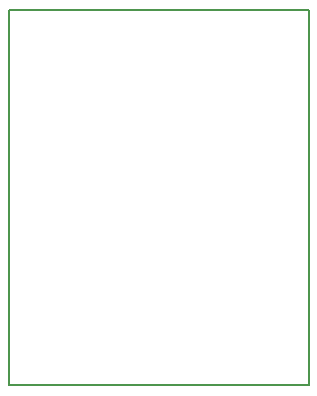
<source format=gbr>
%TF.GenerationSoftware,KiCad,Pcbnew,8.0.4*%
%TF.CreationDate,2024-08-30T21:23:55-04:00*%
%TF.ProjectId,thumbstick-breakout,7468756d-6273-4746-9963-6b2d62726561,rev.01*%
%TF.SameCoordinates,Original*%
%TF.FileFunction,Profile,NP*%
%FSLAX46Y46*%
G04 Gerber Fmt 4.6, Leading zero omitted, Abs format (unit mm)*
G04 Created by KiCad (PCBNEW 8.0.4) date 2024-08-30 21:23:55*
%MOMM*%
%LPD*%
G01*
G04 APERTURE LIST*
%TA.AperFunction,Profile*%
%ADD10C,0.203200*%
%TD*%
G04 APERTURE END LIST*
D10*
X137300000Y-86030000D02*
X137300000Y-117780000D01*
X162700000Y-86030000D02*
X137300000Y-86030000D01*
X137300000Y-117780000D02*
X162700000Y-117780000D01*
X162700000Y-117780000D02*
X162700000Y-86030000D01*
M02*

</source>
